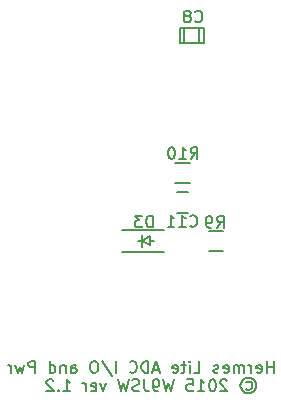
<source format=gbo>
%FSLAX46Y46*%
G04 Gerber Fmt 4.6, Leading zero omitted, Abs format (unit mm)*
G04 Created by KiCad (PCBNEW (2014-10-27 BZR 5228)-product) date 28/06/2015 08:06:50*
%MOMM*%
G01*
G04 APERTURE LIST*
%ADD10C,0.100000*%
%ADD11C,0.150000*%
%ADD12C,0.127000*%
G04 APERTURE END LIST*
D10*
D11*
X154111905Y-137027381D02*
X154111905Y-136027381D01*
X154111905Y-136503571D02*
X153540476Y-136503571D01*
X153540476Y-137027381D02*
X153540476Y-136027381D01*
X152683333Y-136979762D02*
X152778571Y-137027381D01*
X152969048Y-137027381D01*
X153064286Y-136979762D01*
X153111905Y-136884524D01*
X153111905Y-136503571D01*
X153064286Y-136408333D01*
X152969048Y-136360714D01*
X152778571Y-136360714D01*
X152683333Y-136408333D01*
X152635714Y-136503571D01*
X152635714Y-136598810D01*
X153111905Y-136694048D01*
X152207143Y-137027381D02*
X152207143Y-136360714D01*
X152207143Y-136551190D02*
X152159524Y-136455952D01*
X152111905Y-136408333D01*
X152016667Y-136360714D01*
X151921428Y-136360714D01*
X151588095Y-137027381D02*
X151588095Y-136360714D01*
X151588095Y-136455952D02*
X151540476Y-136408333D01*
X151445238Y-136360714D01*
X151302380Y-136360714D01*
X151207142Y-136408333D01*
X151159523Y-136503571D01*
X151159523Y-137027381D01*
X151159523Y-136503571D02*
X151111904Y-136408333D01*
X151016666Y-136360714D01*
X150873809Y-136360714D01*
X150778571Y-136408333D01*
X150730952Y-136503571D01*
X150730952Y-137027381D01*
X149873809Y-136979762D02*
X149969047Y-137027381D01*
X150159524Y-137027381D01*
X150254762Y-136979762D01*
X150302381Y-136884524D01*
X150302381Y-136503571D01*
X150254762Y-136408333D01*
X150159524Y-136360714D01*
X149969047Y-136360714D01*
X149873809Y-136408333D01*
X149826190Y-136503571D01*
X149826190Y-136598810D01*
X150302381Y-136694048D01*
X149445238Y-136979762D02*
X149350000Y-137027381D01*
X149159524Y-137027381D01*
X149064285Y-136979762D01*
X149016666Y-136884524D01*
X149016666Y-136836905D01*
X149064285Y-136741667D01*
X149159524Y-136694048D01*
X149302381Y-136694048D01*
X149397619Y-136646429D01*
X149445238Y-136551190D01*
X149445238Y-136503571D01*
X149397619Y-136408333D01*
X149302381Y-136360714D01*
X149159524Y-136360714D01*
X149064285Y-136408333D01*
X147349999Y-137027381D02*
X147826190Y-137027381D01*
X147826190Y-136027381D01*
X147016666Y-137027381D02*
X147016666Y-136360714D01*
X147016666Y-136027381D02*
X147064285Y-136075000D01*
X147016666Y-136122619D01*
X146969047Y-136075000D01*
X147016666Y-136027381D01*
X147016666Y-136122619D01*
X146683333Y-136360714D02*
X146302381Y-136360714D01*
X146540476Y-136027381D02*
X146540476Y-136884524D01*
X146492857Y-136979762D01*
X146397619Y-137027381D01*
X146302381Y-137027381D01*
X145588094Y-136979762D02*
X145683332Y-137027381D01*
X145873809Y-137027381D01*
X145969047Y-136979762D01*
X146016666Y-136884524D01*
X146016666Y-136503571D01*
X145969047Y-136408333D01*
X145873809Y-136360714D01*
X145683332Y-136360714D01*
X145588094Y-136408333D01*
X145540475Y-136503571D01*
X145540475Y-136598810D01*
X146016666Y-136694048D01*
X144397618Y-136741667D02*
X143921427Y-136741667D01*
X144492856Y-137027381D02*
X144159523Y-136027381D01*
X143826189Y-137027381D01*
X143492856Y-137027381D02*
X143492856Y-136027381D01*
X143254761Y-136027381D01*
X143111903Y-136075000D01*
X143016665Y-136170238D01*
X142969046Y-136265476D01*
X142921427Y-136455952D01*
X142921427Y-136598810D01*
X142969046Y-136789286D01*
X143016665Y-136884524D01*
X143111903Y-136979762D01*
X143254761Y-137027381D01*
X143492856Y-137027381D01*
X141921427Y-136932143D02*
X141969046Y-136979762D01*
X142111903Y-137027381D01*
X142207141Y-137027381D01*
X142349999Y-136979762D01*
X142445237Y-136884524D01*
X142492856Y-136789286D01*
X142540475Y-136598810D01*
X142540475Y-136455952D01*
X142492856Y-136265476D01*
X142445237Y-136170238D01*
X142349999Y-136075000D01*
X142207141Y-136027381D01*
X142111903Y-136027381D01*
X141969046Y-136075000D01*
X141921427Y-136122619D01*
X140730951Y-137027381D02*
X140730951Y-136027381D01*
X139540475Y-135979762D02*
X140397618Y-137265476D01*
X139016666Y-136027381D02*
X138826189Y-136027381D01*
X138730951Y-136075000D01*
X138635713Y-136170238D01*
X138588094Y-136360714D01*
X138588094Y-136694048D01*
X138635713Y-136884524D01*
X138730951Y-136979762D01*
X138826189Y-137027381D01*
X139016666Y-137027381D01*
X139111904Y-136979762D01*
X139207142Y-136884524D01*
X139254761Y-136694048D01*
X139254761Y-136360714D01*
X139207142Y-136170238D01*
X139111904Y-136075000D01*
X139016666Y-136027381D01*
X136969046Y-137027381D02*
X136969046Y-136503571D01*
X137016665Y-136408333D01*
X137111903Y-136360714D01*
X137302380Y-136360714D01*
X137397618Y-136408333D01*
X136969046Y-136979762D02*
X137064284Y-137027381D01*
X137302380Y-137027381D01*
X137397618Y-136979762D01*
X137445237Y-136884524D01*
X137445237Y-136789286D01*
X137397618Y-136694048D01*
X137302380Y-136646429D01*
X137064284Y-136646429D01*
X136969046Y-136598810D01*
X136492856Y-136360714D02*
X136492856Y-137027381D01*
X136492856Y-136455952D02*
X136445237Y-136408333D01*
X136349999Y-136360714D01*
X136207141Y-136360714D01*
X136111903Y-136408333D01*
X136064284Y-136503571D01*
X136064284Y-137027381D01*
X135159522Y-137027381D02*
X135159522Y-136027381D01*
X135159522Y-136979762D02*
X135254760Y-137027381D01*
X135445237Y-137027381D01*
X135540475Y-136979762D01*
X135588094Y-136932143D01*
X135635713Y-136836905D01*
X135635713Y-136551190D01*
X135588094Y-136455952D01*
X135540475Y-136408333D01*
X135445237Y-136360714D01*
X135254760Y-136360714D01*
X135159522Y-136408333D01*
X133921427Y-137027381D02*
X133921427Y-136027381D01*
X133540474Y-136027381D01*
X133445236Y-136075000D01*
X133397617Y-136122619D01*
X133349998Y-136217857D01*
X133349998Y-136360714D01*
X133397617Y-136455952D01*
X133445236Y-136503571D01*
X133540474Y-136551190D01*
X133921427Y-136551190D01*
X133016665Y-136360714D02*
X132826189Y-137027381D01*
X132635712Y-136551190D01*
X132445236Y-137027381D01*
X132254760Y-136360714D01*
X131873808Y-137027381D02*
X131873808Y-136360714D01*
X131873808Y-136551190D02*
X131826189Y-136455952D01*
X131778570Y-136408333D01*
X131683332Y-136360714D01*
X131588093Y-136360714D01*
X151778571Y-137815476D02*
X151873809Y-137767857D01*
X152064285Y-137767857D01*
X152159523Y-137815476D01*
X152254761Y-137910714D01*
X152302380Y-138005952D01*
X152302380Y-138196429D01*
X152254761Y-138291667D01*
X152159523Y-138386905D01*
X152064285Y-138434524D01*
X151873809Y-138434524D01*
X151778571Y-138386905D01*
X151969047Y-137434524D02*
X152207142Y-137482143D01*
X152445238Y-137625000D01*
X152588095Y-137863095D01*
X152635714Y-138101190D01*
X152588095Y-138339286D01*
X152445238Y-138577381D01*
X152207142Y-138720238D01*
X151969047Y-138767857D01*
X151730952Y-138720238D01*
X151492857Y-138577381D01*
X151350000Y-138339286D01*
X151302380Y-138101190D01*
X151350000Y-137863095D01*
X151492857Y-137625000D01*
X151730952Y-137482143D01*
X151969047Y-137434524D01*
X150159523Y-137672619D02*
X150111904Y-137625000D01*
X150016666Y-137577381D01*
X149778570Y-137577381D01*
X149683332Y-137625000D01*
X149635713Y-137672619D01*
X149588094Y-137767857D01*
X149588094Y-137863095D01*
X149635713Y-138005952D01*
X150207142Y-138577381D01*
X149588094Y-138577381D01*
X148969047Y-137577381D02*
X148873808Y-137577381D01*
X148778570Y-137625000D01*
X148730951Y-137672619D01*
X148683332Y-137767857D01*
X148635713Y-137958333D01*
X148635713Y-138196429D01*
X148683332Y-138386905D01*
X148730951Y-138482143D01*
X148778570Y-138529762D01*
X148873808Y-138577381D01*
X148969047Y-138577381D01*
X149064285Y-138529762D01*
X149111904Y-138482143D01*
X149159523Y-138386905D01*
X149207142Y-138196429D01*
X149207142Y-137958333D01*
X149159523Y-137767857D01*
X149111904Y-137672619D01*
X149064285Y-137625000D01*
X148969047Y-137577381D01*
X147683332Y-138577381D02*
X148254761Y-138577381D01*
X147969047Y-138577381D02*
X147969047Y-137577381D01*
X148064285Y-137720238D01*
X148159523Y-137815476D01*
X148254761Y-137863095D01*
X146778570Y-137577381D02*
X147254761Y-137577381D01*
X147302380Y-138053571D01*
X147254761Y-138005952D01*
X147159523Y-137958333D01*
X146921427Y-137958333D01*
X146826189Y-138005952D01*
X146778570Y-138053571D01*
X146730951Y-138148810D01*
X146730951Y-138386905D01*
X146778570Y-138482143D01*
X146826189Y-138529762D01*
X146921427Y-138577381D01*
X147159523Y-138577381D01*
X147254761Y-138529762D01*
X147302380Y-138482143D01*
X145635713Y-137577381D02*
X145397618Y-138577381D01*
X145207141Y-137863095D01*
X145016665Y-138577381D01*
X144778570Y-137577381D01*
X144349999Y-138577381D02*
X144159523Y-138577381D01*
X144064284Y-138529762D01*
X144016665Y-138482143D01*
X143921427Y-138339286D01*
X143873808Y-138148810D01*
X143873808Y-137767857D01*
X143921427Y-137672619D01*
X143969046Y-137625000D01*
X144064284Y-137577381D01*
X144254761Y-137577381D01*
X144349999Y-137625000D01*
X144397618Y-137672619D01*
X144445237Y-137767857D01*
X144445237Y-138005952D01*
X144397618Y-138101190D01*
X144349999Y-138148810D01*
X144254761Y-138196429D01*
X144064284Y-138196429D01*
X143969046Y-138148810D01*
X143921427Y-138101190D01*
X143873808Y-138005952D01*
X143159522Y-137577381D02*
X143159522Y-138291667D01*
X143207142Y-138434524D01*
X143302380Y-138529762D01*
X143445237Y-138577381D01*
X143540475Y-138577381D01*
X142730951Y-138529762D02*
X142588094Y-138577381D01*
X142349998Y-138577381D01*
X142254760Y-138529762D01*
X142207141Y-138482143D01*
X142159522Y-138386905D01*
X142159522Y-138291667D01*
X142207141Y-138196429D01*
X142254760Y-138148810D01*
X142349998Y-138101190D01*
X142540475Y-138053571D01*
X142635713Y-138005952D01*
X142683332Y-137958333D01*
X142730951Y-137863095D01*
X142730951Y-137767857D01*
X142683332Y-137672619D01*
X142635713Y-137625000D01*
X142540475Y-137577381D01*
X142302379Y-137577381D01*
X142159522Y-137625000D01*
X141826189Y-137577381D02*
X141588094Y-138577381D01*
X141397617Y-137863095D01*
X141207141Y-138577381D01*
X140969046Y-137577381D01*
X139921427Y-137910714D02*
X139683332Y-138577381D01*
X139445236Y-137910714D01*
X138683331Y-138529762D02*
X138778569Y-138577381D01*
X138969046Y-138577381D01*
X139064284Y-138529762D01*
X139111903Y-138434524D01*
X139111903Y-138053571D01*
X139064284Y-137958333D01*
X138969046Y-137910714D01*
X138778569Y-137910714D01*
X138683331Y-137958333D01*
X138635712Y-138053571D01*
X138635712Y-138148810D01*
X139111903Y-138244048D01*
X138207141Y-138577381D02*
X138207141Y-137910714D01*
X138207141Y-138101190D02*
X138159522Y-138005952D01*
X138111903Y-137958333D01*
X138016665Y-137910714D01*
X137921426Y-137910714D01*
X136302378Y-138577381D02*
X136873807Y-138577381D01*
X136588093Y-138577381D02*
X136588093Y-137577381D01*
X136683331Y-137720238D01*
X136778569Y-137815476D01*
X136873807Y-137863095D01*
X135873807Y-138482143D02*
X135826188Y-138529762D01*
X135873807Y-138577381D01*
X135921426Y-138529762D01*
X135873807Y-138482143D01*
X135873807Y-138577381D01*
X135445236Y-137672619D02*
X135397617Y-137625000D01*
X135302379Y-137577381D01*
X135064283Y-137577381D01*
X134969045Y-137625000D01*
X134921426Y-137672619D01*
X134873807Y-137767857D01*
X134873807Y-137863095D01*
X134921426Y-138005952D01*
X135492855Y-138577381D01*
X134873807Y-138577381D01*
D12*
X147835000Y-109135000D02*
X147835000Y-107865000D01*
X146565000Y-109135000D02*
X146565000Y-107890400D01*
X146184000Y-109135000D02*
X148216000Y-109135000D01*
X148216000Y-109135000D02*
X148216000Y-107865000D01*
X148216000Y-107865000D02*
X146184000Y-107865000D01*
X146184000Y-107865000D02*
X146184000Y-109135000D01*
D11*
X146900000Y-123450000D02*
X145900000Y-123450000D01*
X145900000Y-121750000D02*
X146900000Y-121750000D01*
X143617500Y-125850000D02*
X143998500Y-125850000D01*
X142601500Y-125850000D02*
X142982500Y-125850000D01*
X142982500Y-125850000D02*
X143617500Y-126231000D01*
X143617500Y-126231000D02*
X143617500Y-125469000D01*
X143617500Y-125469000D02*
X142982500Y-125850000D01*
X142982500Y-126358000D02*
X142982500Y-125342000D01*
X141300000Y-124950000D02*
X144840000Y-124950000D01*
X141300000Y-126750000D02*
X144840000Y-126750000D01*
X148600000Y-126725000D02*
X149800000Y-126725000D01*
X149800000Y-124975000D02*
X148600000Y-124975000D01*
X147000000Y-119225000D02*
X145800000Y-119225000D01*
X145800000Y-120975000D02*
X147000000Y-120975000D01*
X147466666Y-107257143D02*
X147514285Y-107304762D01*
X147657142Y-107352381D01*
X147752380Y-107352381D01*
X147895238Y-107304762D01*
X147990476Y-107209524D01*
X148038095Y-107114286D01*
X148085714Y-106923810D01*
X148085714Y-106780952D01*
X148038095Y-106590476D01*
X147990476Y-106495238D01*
X147895238Y-106400000D01*
X147752380Y-106352381D01*
X147657142Y-106352381D01*
X147514285Y-106400000D01*
X147466666Y-106447619D01*
X146895238Y-106780952D02*
X146990476Y-106733333D01*
X147038095Y-106685714D01*
X147085714Y-106590476D01*
X147085714Y-106542857D01*
X147038095Y-106447619D01*
X146990476Y-106400000D01*
X146895238Y-106352381D01*
X146704761Y-106352381D01*
X146609523Y-106400000D01*
X146561904Y-106447619D01*
X146514285Y-106542857D01*
X146514285Y-106590476D01*
X146561904Y-106685714D01*
X146609523Y-106733333D01*
X146704761Y-106780952D01*
X146895238Y-106780952D01*
X146990476Y-106828571D01*
X147038095Y-106876190D01*
X147085714Y-106971429D01*
X147085714Y-107161905D01*
X147038095Y-107257143D01*
X146990476Y-107304762D01*
X146895238Y-107352381D01*
X146704761Y-107352381D01*
X146609523Y-107304762D01*
X146561904Y-107257143D01*
X146514285Y-107161905D01*
X146514285Y-106971429D01*
X146561904Y-106876190D01*
X146609523Y-106828571D01*
X146704761Y-106780952D01*
X147042857Y-124557143D02*
X147090476Y-124604762D01*
X147233333Y-124652381D01*
X147328571Y-124652381D01*
X147471429Y-124604762D01*
X147566667Y-124509524D01*
X147614286Y-124414286D01*
X147661905Y-124223810D01*
X147661905Y-124080952D01*
X147614286Y-123890476D01*
X147566667Y-123795238D01*
X147471429Y-123700000D01*
X147328571Y-123652381D01*
X147233333Y-123652381D01*
X147090476Y-123700000D01*
X147042857Y-123747619D01*
X146090476Y-124652381D02*
X146661905Y-124652381D01*
X146376191Y-124652381D02*
X146376191Y-123652381D01*
X146471429Y-123795238D01*
X146566667Y-123890476D01*
X146661905Y-123938095D01*
X145138095Y-124652381D02*
X145709524Y-124652381D01*
X145423810Y-124652381D02*
X145423810Y-123652381D01*
X145519048Y-123795238D01*
X145614286Y-123890476D01*
X145709524Y-123938095D01*
X143888095Y-124702381D02*
X143888095Y-123702381D01*
X143650000Y-123702381D01*
X143507142Y-123750000D01*
X143411904Y-123845238D01*
X143364285Y-123940476D01*
X143316666Y-124130952D01*
X143316666Y-124273810D01*
X143364285Y-124464286D01*
X143411904Y-124559524D01*
X143507142Y-124654762D01*
X143650000Y-124702381D01*
X143888095Y-124702381D01*
X142983333Y-123702381D02*
X142364285Y-123702381D01*
X142697619Y-124083333D01*
X142554761Y-124083333D01*
X142459523Y-124130952D01*
X142411904Y-124178571D01*
X142364285Y-124273810D01*
X142364285Y-124511905D01*
X142411904Y-124607143D01*
X142459523Y-124654762D01*
X142554761Y-124702381D01*
X142840476Y-124702381D01*
X142935714Y-124654762D01*
X142983333Y-124607143D01*
X149316666Y-124752381D02*
X149650000Y-124276190D01*
X149888095Y-124752381D02*
X149888095Y-123752381D01*
X149507142Y-123752381D01*
X149411904Y-123800000D01*
X149364285Y-123847619D01*
X149316666Y-123942857D01*
X149316666Y-124085714D01*
X149364285Y-124180952D01*
X149411904Y-124228571D01*
X149507142Y-124276190D01*
X149888095Y-124276190D01*
X148840476Y-124752381D02*
X148650000Y-124752381D01*
X148554761Y-124704762D01*
X148507142Y-124657143D01*
X148411904Y-124514286D01*
X148364285Y-124323810D01*
X148364285Y-123942857D01*
X148411904Y-123847619D01*
X148459523Y-123800000D01*
X148554761Y-123752381D01*
X148745238Y-123752381D01*
X148840476Y-123800000D01*
X148888095Y-123847619D01*
X148935714Y-123942857D01*
X148935714Y-124180952D01*
X148888095Y-124276190D01*
X148840476Y-124323810D01*
X148745238Y-124371429D01*
X148554761Y-124371429D01*
X148459523Y-124323810D01*
X148411904Y-124276190D01*
X148364285Y-124180952D01*
X147092857Y-118902381D02*
X147426191Y-118426190D01*
X147664286Y-118902381D02*
X147664286Y-117902381D01*
X147283333Y-117902381D01*
X147188095Y-117950000D01*
X147140476Y-117997619D01*
X147092857Y-118092857D01*
X147092857Y-118235714D01*
X147140476Y-118330952D01*
X147188095Y-118378571D01*
X147283333Y-118426190D01*
X147664286Y-118426190D01*
X146140476Y-118902381D02*
X146711905Y-118902381D01*
X146426191Y-118902381D02*
X146426191Y-117902381D01*
X146521429Y-118045238D01*
X146616667Y-118140476D01*
X146711905Y-118188095D01*
X145521429Y-117902381D02*
X145426190Y-117902381D01*
X145330952Y-117950000D01*
X145283333Y-117997619D01*
X145235714Y-118092857D01*
X145188095Y-118283333D01*
X145188095Y-118521429D01*
X145235714Y-118711905D01*
X145283333Y-118807143D01*
X145330952Y-118854762D01*
X145426190Y-118902381D01*
X145521429Y-118902381D01*
X145616667Y-118854762D01*
X145664286Y-118807143D01*
X145711905Y-118711905D01*
X145759524Y-118521429D01*
X145759524Y-118283333D01*
X145711905Y-118092857D01*
X145664286Y-117997619D01*
X145616667Y-117950000D01*
X145521429Y-117902381D01*
M02*

</source>
